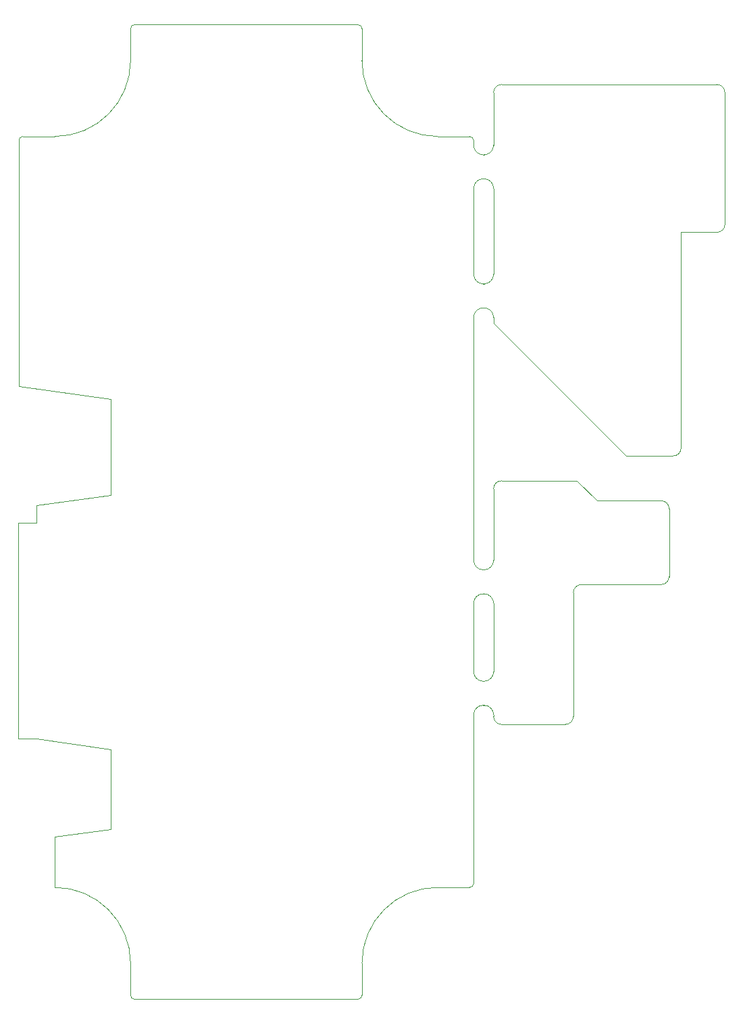
<source format=gbr>
%TF.GenerationSoftware,KiCad,Pcbnew,5.99.0-unknown-r24380-aab3c936*%
%TF.CreationDate,2021-01-25T13:27:43+00:00*%
%TF.ProjectId,safeproject-panel-r1,73616665-7072-46f6-9a65-63742d70616e,rev?*%
%TF.SameCoordinates,Original*%
%TF.FileFunction,Profile,NP*%
%FSLAX46Y46*%
G04 Gerber Fmt 4.6, Leading zero omitted, Abs format (unit mm)*
G04 Created by KiCad (PCBNEW 5.99.0-unknown-r24380-aab3c936) date 2021-01-25 13:27:43*
%MOMM*%
%LPD*%
G01*
G04 APERTURE LIST*
%TA.AperFunction,Profile*%
%ADD10C,0.100000*%
%TD*%
G04 APERTURE END LIST*
D10*
X46650000Y7000000D02*
X52500000Y7000000D01*
X13000002Y61001402D02*
G75*
G02*
X13500000Y60501400I-2J-500000D01*
G01*
X27500000Y45900000D02*
X27500000Y46500000D01*
X39000000Y-26600000D02*
X31000000Y-26600000D01*
X-29502802Y46501402D02*
G75*
G02*
X-29002800Y47001400I500000J-2D01*
G01*
X27000004Y47000004D02*
G75*
G02*
X27500000Y46500000I-4J-500000D01*
G01*
X53499997Y7999997D02*
G75*
G02*
X52500000Y7000000I-999997J0D01*
G01*
X30000000Y52500000D02*
X30000000Y45900000D01*
X-15002802Y-61001402D02*
G75*
G02*
X-15502800Y-60501400I2J500000D01*
G01*
X51999997Y400003D02*
G75*
G03*
X51000000Y1400000I-999997J0D01*
G01*
X40000000Y-10100000D02*
X40000000Y-25600000D01*
X30000000Y-25400000D02*
X30000003Y-25600003D01*
X58999997Y35999997D02*
G75*
G02*
X58000000Y35000000I-999997J0D01*
G01*
X-15502800Y-60501400D02*
X-15502800Y-56501400D01*
X30000003Y-25600003D02*
G75*
G03*
X31000000Y-26600000I999997J0D01*
G01*
X13500000Y60501400D02*
X13500000Y56501400D01*
X58999997Y35999997D02*
X59000000Y52500000D01*
X22999997Y47001397D02*
G75*
G02*
X13500000Y56501400I3J9500000D01*
G01*
X27500000Y29750000D02*
X27500000Y40500000D01*
X30000000Y24350000D02*
X30000000Y23650000D01*
X42950000Y1400000D02*
X51000000Y1400000D01*
X31000000Y3900000D02*
X40450000Y3900000D01*
X27500002Y-46501402D02*
G75*
G02*
X27000000Y-47001400I-500000J2D01*
G01*
X-27301400Y-28394400D02*
X-18001400Y-29701400D01*
X30999997Y3899997D02*
G75*
G03*
X30000000Y2900000I0J-999997D01*
G01*
X27000000Y-47001400D02*
X23000000Y-47001400D01*
X23000000Y47001400D02*
X27000000Y47001400D01*
X-15502797Y56501397D02*
G75*
G02*
X-25002800Y47001400I-9500000J3D01*
G01*
X58000000Y53500000D02*
X31000000Y53500000D01*
X-27301400Y-1401410D02*
X-29601400Y-1401410D01*
X27500000Y-11450000D02*
X27500000Y-20000000D01*
X-25002797Y-47001397D02*
G75*
G02*
X-15502800Y-56501400I-3J-9500000D01*
G01*
X51000003Y-9099997D02*
G75*
G03*
X52000000Y-8100000I0J999997D01*
G01*
X30000000Y23650000D02*
X46650000Y7000000D01*
X40450000Y3900000D02*
X42950000Y1400000D01*
X-18001400Y14105600D02*
X-18001400Y2105620D01*
X-27301400Y798594D02*
X-18001400Y2105620D01*
X13000000Y-61001400D02*
X-15002800Y-61001400D01*
X27500000Y24350000D02*
X27500000Y-6050000D01*
X40999997Y-9100003D02*
G75*
G03*
X40000000Y-10100000I0J-999997D01*
G01*
X-29502800Y46501400D02*
X-29502800Y15722000D01*
X30000000Y40500000D02*
X30000000Y29750000D01*
X30000003Y52500003D02*
G75*
G02*
X31000000Y53500000I999997J0D01*
G01*
X-15502802Y60501402D02*
G75*
G02*
X-15002800Y61001400I500000J-2D01*
G01*
X51000000Y-9100000D02*
X41000000Y-9100000D01*
X-29601400Y-28394400D02*
X-27301400Y-28394400D01*
X-27301400Y-1401410D02*
X-27301400Y798594D01*
X13500002Y-60501402D02*
G75*
G02*
X13000000Y-61001400I-500000J2D01*
G01*
X-29601400Y-1401410D02*
X-29601400Y-28394400D01*
X30000000Y-6050000D02*
X30000000Y2900000D01*
X-18001400Y-39701400D02*
X-25002800Y-40685400D01*
X-15002800Y61001400D02*
X13000000Y61001400D01*
X30000000Y-11450000D02*
X30000000Y-20000000D01*
X-25002800Y-47001400D02*
X-25002800Y-40685400D01*
X53500000Y35000000D02*
X58000000Y35000000D01*
X-15502800Y56501400D02*
X-15502800Y60501400D01*
X58000003Y53499997D02*
G75*
G02*
X59000000Y52500000I0J-999997D01*
G01*
X-29502800Y15722000D02*
X-18001400Y14105600D01*
X27500000Y-25400000D02*
X27500000Y-46501400D01*
X52000000Y400000D02*
X52000000Y-8100000D01*
X-18001400Y-29701400D02*
X-18001400Y-39701400D01*
X13499997Y-56501397D02*
G75*
G02*
X23000000Y-47001400I9500000J-3D01*
G01*
X13500000Y-56501400D02*
X13500000Y-60501400D01*
X39000003Y-26599997D02*
G75*
G03*
X40000000Y-25600000I0J999997D01*
G01*
X53500000Y8000000D02*
X53500000Y35000000D01*
X-29002800Y47001400D02*
X-25002800Y47001400D01*
%TO.C,*%
X28800000Y25550000D02*
X28700000Y25550000D01*
X28700000Y28550000D02*
X28800000Y28550000D01*
X28800002Y25550002D02*
G75*
G02*
X30000000Y24350000I-2J-1200000D01*
G01*
X28800002Y28550002D02*
G75*
G03*
X30000000Y29750000I0J1199998D01*
G01*
X28699998Y25549998D02*
G75*
G03*
X27500000Y24350000I0J-1199998D01*
G01*
X28699998Y28549998D02*
G75*
G02*
X27500000Y29750000I2J1200000D01*
G01*
X28700000Y-21200000D02*
X28800000Y-21200000D01*
X28800000Y-24200000D02*
X28700000Y-24200000D01*
X28699998Y-24200002D02*
G75*
G03*
X27500000Y-25400000I0J-1199998D01*
G01*
X28800002Y-21199998D02*
G75*
G03*
X30000000Y-20000000I0J1199998D01*
G01*
X28699998Y-21200002D02*
G75*
G02*
X27500000Y-20000000I2J1200000D01*
G01*
X28800002Y-24199998D02*
G75*
G02*
X30000000Y-25400000I-2J-1200000D01*
G01*
X28700000Y44700000D02*
X28800000Y44700000D01*
X28800000Y41700000D02*
X28700000Y41700000D01*
X28800002Y41700002D02*
G75*
G02*
X30000000Y40500000I-2J-1200000D01*
G01*
X28699998Y44699998D02*
G75*
G02*
X27500000Y45900000I2J1200000D01*
G01*
X28699998Y41699998D02*
G75*
G03*
X27500000Y40500000I0J-1199998D01*
G01*
X28800002Y44700002D02*
G75*
G03*
X30000000Y45900000I0J1199998D01*
G01*
X28700000Y-7250000D02*
X28800000Y-7250000D01*
X28800000Y-10250000D02*
X28700000Y-10250000D01*
X28800002Y-10249998D02*
G75*
G02*
X30000000Y-11450000I-2J-1200000D01*
G01*
X28699998Y-10250002D02*
G75*
G03*
X27500000Y-11450000I0J-1199998D01*
G01*
X28800002Y-7249998D02*
G75*
G03*
X30000000Y-6050000I0J1199998D01*
G01*
X28699998Y-7250002D02*
G75*
G02*
X27500000Y-6050000I2J1200000D01*
G01*
%TD*%
M02*

</source>
